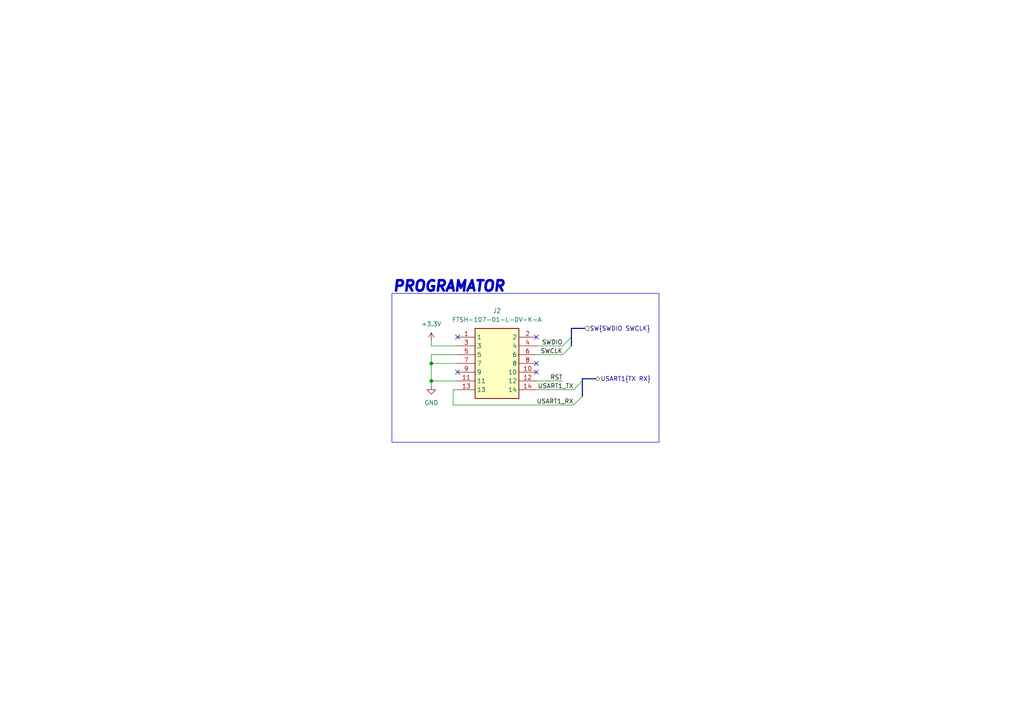
<source format=kicad_sch>
(kicad_sch (version 20231120) (generator "eeschema") (generator_version "8.0")
  (paper "A4")
  (lib_symbols
    (symbol "FTSH-107-01-L-DV-K-A:FTSH-107-01-L-DV-K-A"
      (property "Reference" "J" (at 19.05 7.62 0))
      (property "Value" "FTSH-107-01-L-DV-K-A" (at 19.05 5.08 0))
      (symbol "FTSH-107-01-L-DV-K-A_1_1"
        (rectangle (start 5.08 2.54) (end 17.78 -17.78) (stroke (width 0.254)) (fill (type background)))
        (pin passive line (at 0 0 0) (length 5.08) (name "1") (number "1"))
        (pin passive line (at 22.86 -10.16 180) (length 5.08) (name "10") (number "10"))
        (pin passive line (at 0 -12.7 0) (length 5.08) (name "11") (number "11"))
        (pin passive line (at 22.86 -12.7 180) (length 5.08) (name "12") (number "12"))
        (pin passive line (at 0 -15.24 0) (length 5.08) (name "13") (number "13"))
        (pin passive line (at 22.86 -15.24 180) (length 5.08) (name "14") (number "14"))
        (pin passive line (at 22.86 0 180) (length 5.08) (name "2") (number "2"))
        (pin passive line (at 0 -2.54 0) (length 5.08) (name "3") (number "3"))
        (pin passive line (at 22.86 -2.54 180) (length 5.08) (name "4") (number "4"))
        (pin passive line (at 0 -5.08 0) (length 5.08) (name "5") (number "5"))
        (pin passive line (at 22.86 -5.08 180) (length 5.08) (name "6") (number "6"))
        (pin passive line (at 0 -7.62 0) (length 5.08) (name "7") (number "7"))
        (pin passive line (at 22.86 -7.62 180) (length 5.08) (name "8") (number "8"))
        (pin passive line (at 0 -10.16 0) (length 5.08) (name "9") (number "9"))
      )
    )
    (symbol "power:+3.3V" (power) (pin_names (offset 0))
      (property "Value" "+3.3V" (at 0 3.556 0))
      (symbol "+3.3V_0_1"
        (polyline (pts (xy -0.762 1.27) (xy 0 2.54)))
        (polyline (pts (xy 0 0) (xy 0 2.54)))
        (polyline (pts (xy 0 2.54) (xy 0.762 1.27)))
      )
      (symbol "+3.3V_1_1"
        (pin power_in line (at 0 0 90) (length 0) hide (name "+3.3V") (number "1"))
      )
    )
    (symbol "power:GND" (power) (pin_names (offset 0))
      (property "Value" "GND" (at 0 -3.81 0))
      (symbol "GND_0_1"
        (polyline (pts (xy 0 0) (xy 0 -1.27) (xy 1.27 -1.27) (xy 0 -2.54) (xy -1.27 -1.27) (xy 0 -1.27)))
      )
      (symbol "GND_1_1"
        (pin power_in line (at 0 0 270) (length 0) hide (name "GND") (number "1"))
      )
    )
  )
  (junction (at 125.095 105.41))
  (junction (at 125.095 110.49))
  (no_connect (at 132.715 107.95))
  (no_connect (at 155.575 97.79))
  (no_connect (at 132.715 97.79))
  (no_connect (at 155.575 105.41))
  (no_connect (at 155.575 107.95))
  (bus_entry (at 163.195 102.87) (size 2.54 -2.54))
  (bus_entry (at 166.37 117.475) (size 2.54 -2.54))
  (bus_entry (at 163.195 100.33) (size 2.54 -2.54))
  (bus_entry (at 166.37 113.03) (size 2.54 -2.54))
  (bus (pts (xy 165.735 95.25) (xy 165.735 97.79)))
  (wire (pts (xy 155.575 110.49) (xy 163.195 110.49)))
  (bus (pts (xy 165.735 95.25) (xy 169.545 95.25)))
  (wire (pts (xy 155.575 100.33) (xy 163.195 100.33)))
  (wire (pts (xy 131.445 113.03) (xy 131.445 117.475)))
  (wire (pts (xy 125.095 100.33) (xy 132.715 100.33)))
  (wire (pts (xy 155.575 102.87) (xy 163.195 102.87)))
  (wire (pts (xy 125.095 111.76) (xy 125.095 110.49)))
  (bus (pts (xy 168.91 110.49) (xy 168.91 109.855)))
  (wire (pts (xy 131.445 113.03) (xy 132.715 113.03)))
  (wire (pts (xy 125.095 105.41) (xy 125.095 102.87)))
  (wire (pts (xy 155.575 113.03) (xy 166.37 113.03)))
  (wire (pts (xy 125.095 110.49) (xy 132.715 110.49)))
  (wire (pts (xy 166.37 117.475) (xy 131.445 117.475)))
  (bus (pts (xy 168.91 110.49) (xy 168.91 114.935)))
  (wire (pts (xy 125.095 102.87) (xy 132.715 102.87)))
  (wire (pts (xy 125.095 99.06) (xy 125.095 100.33)))
  (wire (pts (xy 125.095 105.41) (xy 125.095 110.49)))
  (bus (pts (xy 172.72 109.855) (xy 168.91 109.855)))
  (wire (pts (xy 125.095 105.41) (xy 132.715 105.41)))
  (bus (pts (xy 165.735 97.79) (xy 165.735 100.33)))
  (rectangle (start 113.665 85.09) (end 191.135 128.27))
  (text "PROGRAMATOR" (at 113.665 83.185 0) (effects (font (size 3 3) (thickness 2) (bold yes) (italic yes)) (justify left)))
  (label "USART1_RX" (at 166.37 117.475 180))
  (label "SWDIO" (at 163.195 100.33 180))
  (label "USART1_TX" (at 166.37 113.03 180))
  (label "SWCLK" (at 163.195 102.87 180))
  (label "RST" (at 163.195 110.49 180))
  (hierarchical_label "SW{SWDIO SWCLK}" (shape input) (at 169.545 95.25 0))
  (hierarchical_label "USART1{TX RX}" (shape bidirectional) (at 172.72 109.855 0))
  (symbol (lib_id "power:GND") (at 125.095 111.76 0) (mirror y) (unit 1)
    (property "Reference" "#PWR010" (effects (hide yes)))
    (property "Value" "GND" (at 125.095 116.84 0))
  )
  (symbol (lib_id "power:+3.3V") (at 125.095 99.06 0) (unit 1)
    (property "Reference" "#PWR09" (effects (hide yes)))
    (property "Value" "+3.3V" (at 125.095 93.98 0))
  )
  (symbol (lib_id "FTSH-107-01-L-DV-K-A:FTSH-107-01-L-DV-K-A") (at 132.715 97.79 0) (unit 1)
    (property "Reference" "J2" (at 144.145 90.17 0))
    (property "Value" "FTSH-107-01-L-DV-K-A" (at 144.145 92.71 0))
    (property "Footprint" "FTSH-107-XX-YYY-DV-K-A" (effects (hide yes)))
    (property "Datasheet" "http://suddendocs.samtec.com/prints/ftsh-1xx-xx-xxx-dv-xxx-xxx-mkt.pdf" (effects (hide yes)))
    (property "Description" "14 position, High Reliability Header Strips, 0.050&quot; pitch, Dual-Row Vertical" (effects (hide yes)))
    (property "Mouser Part Number" "200-FTSH10701LDVKA" (effects (hide yes)))
    (property "Mouser Price/Stock" "https://www.mouser.co.uk/ProductDetail/Samtec/FTSH-107-01-L-DV-K-A?qs=PB6%2FjmICvI3xEHFou4PhNg%3D%3D" (effects (hide yes)))
    (property "Manufacturer_Name" "SAMTEC" (effects (hide yes)))
    (property "Manufacturer_Part_Number" "FTSH-107-01-L-DV-K-A" (effects (hide yes)))
  )
)
</source>
